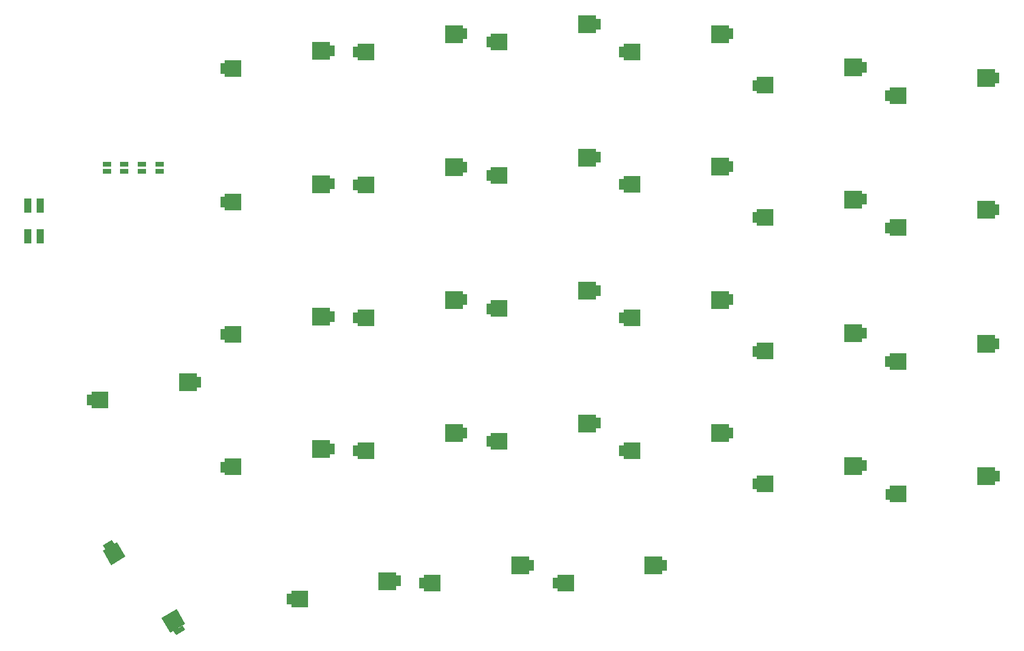
<source format=gbr>
G04 #@! TF.GenerationSoftware,KiCad,Pcbnew,5.1.9*
G04 #@! TF.CreationDate,2021-01-24T14:33:22-08:00*
G04 #@! TF.ProjectId,Lily58_prot_MX,4c696c79-3538-45f7-9072-6f745f4d582e,rev?*
G04 #@! TF.SameCoordinates,Original*
G04 #@! TF.FileFunction,Paste,Bot*
G04 #@! TF.FilePolarity,Positive*
%FSLAX46Y46*%
G04 Gerber Fmt 4.6, Leading zero omitted, Abs format (unit mm)*
G04 Created by KiCad (PCBNEW 5.1.9) date 2021-01-24 14:33:22*
%MOMM*%
%LPD*%
G01*
G04 APERTURE LIST*
%ADD10R,2.400000X2.400000*%
%ADD11R,2.500000X2.500000*%
%ADD12R,0.700000X1.500000*%
%ADD13R,1.000000X2.000000*%
%ADD14C,0.100000*%
%ADD15R,1.143000X0.635000*%
G04 APERTURE END LIST*
D10*
X152900000Y-70380000D03*
D11*
X165500000Y-67840000D03*
D12*
X151400000Y-70400000D03*
X167100000Y-67800000D03*
D10*
X114800000Y-74180000D03*
D11*
X127400000Y-71640000D03*
D12*
X113300000Y-74200000D03*
X129000000Y-71600000D03*
X148000000Y-50100000D03*
X132300000Y-52700000D03*
D11*
X146400000Y-50140000D03*
D10*
X133800000Y-52680000D03*
X171900000Y-52680000D03*
D11*
X184500000Y-50140000D03*
D12*
X170400000Y-52700000D03*
X186100000Y-50100000D03*
D10*
X114800000Y-55080000D03*
D11*
X127400000Y-52540000D03*
D12*
X113300000Y-55100000D03*
X129000000Y-52500000D03*
X224250000Y-113500000D03*
X208550000Y-116100000D03*
D11*
X222650000Y-113540000D03*
D10*
X210050000Y-116080000D03*
X133800000Y-109880000D03*
D11*
X146400000Y-107340000D03*
D12*
X132300000Y-109900000D03*
X148000000Y-107300000D03*
X129000000Y-109600000D03*
X113300000Y-112200000D03*
D11*
X127400000Y-109640000D03*
D10*
X114800000Y-112180000D03*
X171900000Y-109880000D03*
D11*
X184500000Y-107340000D03*
D12*
X170400000Y-109900000D03*
X186100000Y-107300000D03*
X224200000Y-75300000D03*
X208500000Y-77900000D03*
D11*
X222600000Y-75340000D03*
D10*
X210000000Y-77880000D03*
D12*
X186100000Y-69100000D03*
X170400000Y-71700000D03*
D11*
X184500000Y-69140000D03*
D10*
X171900000Y-71680000D03*
D12*
X205200000Y-54900000D03*
X189500000Y-57500000D03*
D11*
X203600000Y-54940000D03*
D10*
X191000000Y-57480000D03*
D12*
X167100000Y-48710000D03*
X151400000Y-51310000D03*
D11*
X165500000Y-48750000D03*
D10*
X152900000Y-51290000D03*
D13*
X87158800Y-74698500D03*
X85408800Y-74698500D03*
X85408800Y-79098500D03*
X87158800Y-79098500D03*
D12*
X176600000Y-126250000D03*
X160900000Y-128850000D03*
D11*
X175000000Y-126290000D03*
D10*
X162400000Y-128830000D03*
D12*
X109900000Y-100000000D03*
X94200000Y-102600000D03*
D11*
X108300000Y-100040000D03*
D10*
X95700000Y-102580000D03*
D12*
X224200000Y-56400000D03*
X208500000Y-59000000D03*
D11*
X222600000Y-56440000D03*
D10*
X210000000Y-58980000D03*
X114800000Y-93180000D03*
D11*
X127400000Y-90640000D03*
D12*
X113300000Y-93200000D03*
X129000000Y-90600000D03*
X148000000Y-69200000D03*
X132300000Y-71800000D03*
D11*
X146400000Y-69240000D03*
D10*
X133800000Y-71780000D03*
X191000000Y-76380000D03*
D11*
X203600000Y-73840000D03*
D12*
X189500000Y-76400000D03*
X205200000Y-73800000D03*
D14*
G36*
X107909455Y-135539325D02*
G01*
X106610417Y-136289325D01*
X106260417Y-135683107D01*
X107559455Y-134933107D01*
X107909455Y-135539325D01*
G37*
G36*
X97807789Y-123242726D02*
G01*
X96508751Y-123992726D01*
X96158751Y-123386508D01*
X97457789Y-122636508D01*
X97807789Y-123242726D01*
G37*
G36*
X104542763Y-133788043D02*
G01*
X106707827Y-132538043D01*
X107957827Y-134703107D01*
X105792763Y-135953107D01*
X104542763Y-133788043D01*
G37*
G36*
X96111361Y-124164425D02*
G01*
X98189821Y-122964425D01*
X99389821Y-125042885D01*
X97311361Y-126242885D01*
X96111361Y-124164425D01*
G37*
D10*
X124300000Y-131080000D03*
D11*
X136900000Y-128540000D03*
D12*
X122800000Y-131100000D03*
X138500000Y-128500000D03*
D10*
X171900000Y-90780000D03*
D11*
X184500000Y-88240000D03*
D12*
X170400000Y-90800000D03*
X186100000Y-88200000D03*
X167100000Y-86900000D03*
X151400000Y-89500000D03*
D11*
X165500000Y-86940000D03*
D10*
X152900000Y-89480000D03*
D12*
X205200000Y-93000000D03*
X189500000Y-95600000D03*
D11*
X203600000Y-93040000D03*
D10*
X191000000Y-95580000D03*
X210000000Y-97080000D03*
D11*
X222600000Y-94540000D03*
D12*
X208500000Y-97100000D03*
X224200000Y-94500000D03*
D15*
X104300000Y-69800380D03*
X104300000Y-68799620D03*
X101700000Y-69800380D03*
X101700000Y-68799620D03*
X99200000Y-69800380D03*
X99200000Y-68799620D03*
X96700000Y-69800380D03*
X96700000Y-68799620D03*
D10*
X133800000Y-90780000D03*
D11*
X146400000Y-88240000D03*
D12*
X132300000Y-90800000D03*
X148000000Y-88200000D03*
X167100000Y-105900000D03*
X151400000Y-108500000D03*
D11*
X165500000Y-105940000D03*
D10*
X152900000Y-108480000D03*
D12*
X205200000Y-112000000D03*
X189500000Y-114600000D03*
D11*
X203600000Y-112040000D03*
D10*
X191000000Y-114580000D03*
D12*
X157500000Y-126250000D03*
X141800000Y-128850000D03*
D11*
X155900000Y-126290000D03*
D10*
X143300000Y-128830000D03*
M02*

</source>
